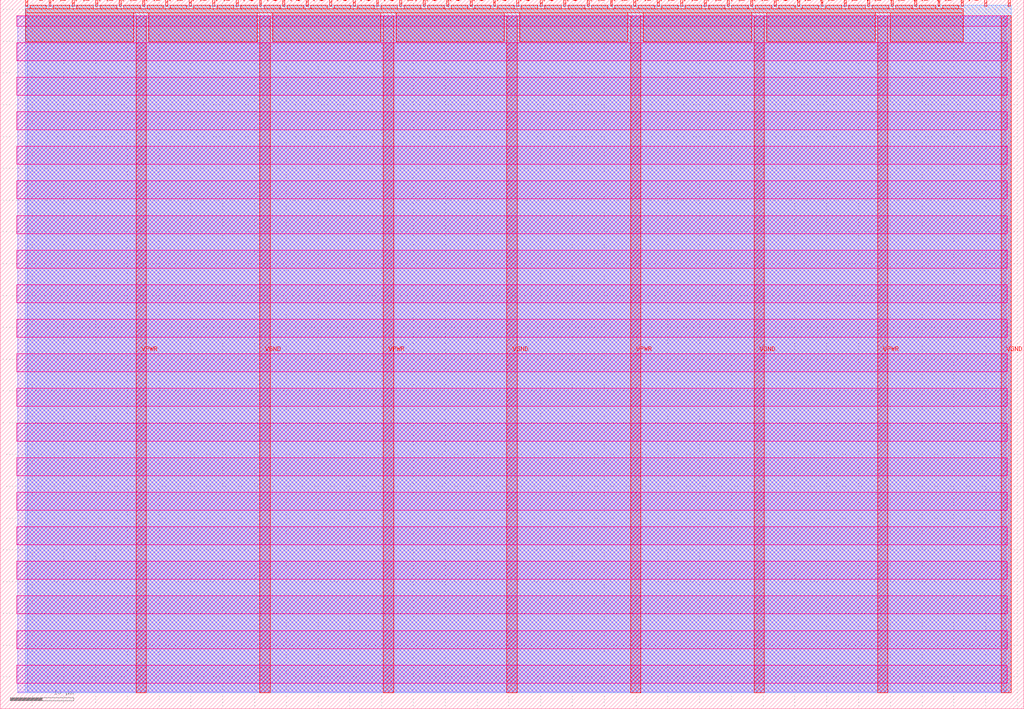
<source format=lef>
VERSION 5.7 ;
  NOWIREEXTENSIONATPIN ON ;
  DIVIDERCHAR "/" ;
  BUSBITCHARS "[]" ;
MACRO tt_um_wokwi_399192124046955521
  CLASS BLOCK ;
  FOREIGN tt_um_wokwi_399192124046955521 ;
  ORIGIN 0.000 0.000 ;
  SIZE 161.000 BY 111.520 ;
  PIN VGND
    DIRECTION INOUT ;
    USE GROUND ;
    PORT
      LAYER met4 ;
        RECT 40.830 2.480 42.430 109.040 ;
    END
    PORT
      LAYER met4 ;
        RECT 79.700 2.480 81.300 109.040 ;
    END
    PORT
      LAYER met4 ;
        RECT 118.570 2.480 120.170 109.040 ;
    END
    PORT
      LAYER met4 ;
        RECT 157.440 2.480 159.040 109.040 ;
    END
  END VGND
  PIN VPWR
    DIRECTION INOUT ;
    USE POWER ;
    PORT
      LAYER met4 ;
        RECT 21.395 2.480 22.995 109.040 ;
    END
    PORT
      LAYER met4 ;
        RECT 60.265 2.480 61.865 109.040 ;
    END
    PORT
      LAYER met4 ;
        RECT 99.135 2.480 100.735 109.040 ;
    END
    PORT
      LAYER met4 ;
        RECT 138.005 2.480 139.605 109.040 ;
    END
  END VPWR
  PIN clk
    DIRECTION INPUT ;
    USE SIGNAL ;
    PORT
      LAYER met4 ;
        RECT 154.870 110.520 155.170 111.520 ;
    END
  END clk
  PIN ena
    DIRECTION INPUT ;
    USE SIGNAL ;
    PORT
      LAYER met4 ;
        RECT 158.550 110.520 158.850 111.520 ;
    END
  END ena
  PIN rst_n
    DIRECTION INPUT ;
    USE SIGNAL ;
    ANTENNAGATEAREA 0.213000 ;
    PORT
      LAYER met4 ;
        RECT 151.190 110.520 151.490 111.520 ;
    END
  END rst_n
  PIN ui_in[0]
    DIRECTION INPUT ;
    USE SIGNAL ;
    ANTENNAGATEAREA 0.196500 ;
    PORT
      LAYER met4 ;
        RECT 147.510 110.520 147.810 111.520 ;
    END
  END ui_in[0]
  PIN ui_in[1]
    DIRECTION INPUT ;
    USE SIGNAL ;
    ANTENNAGATEAREA 0.196500 ;
    PORT
      LAYER met4 ;
        RECT 143.830 110.520 144.130 111.520 ;
    END
  END ui_in[1]
  PIN ui_in[2]
    DIRECTION INPUT ;
    USE SIGNAL ;
    ANTENNAGATEAREA 0.196500 ;
    PORT
      LAYER met4 ;
        RECT 140.150 110.520 140.450 111.520 ;
    END
  END ui_in[2]
  PIN ui_in[3]
    DIRECTION INPUT ;
    USE SIGNAL ;
    ANTENNAGATEAREA 0.196500 ;
    PORT
      LAYER met4 ;
        RECT 136.470 110.520 136.770 111.520 ;
    END
  END ui_in[3]
  PIN ui_in[4]
    DIRECTION INPUT ;
    USE SIGNAL ;
    ANTENNAGATEAREA 0.196500 ;
    PORT
      LAYER met4 ;
        RECT 132.790 110.520 133.090 111.520 ;
    END
  END ui_in[4]
  PIN ui_in[5]
    DIRECTION INPUT ;
    USE SIGNAL ;
    ANTENNAGATEAREA 0.196500 ;
    PORT
      LAYER met4 ;
        RECT 129.110 110.520 129.410 111.520 ;
    END
  END ui_in[5]
  PIN ui_in[6]
    DIRECTION INPUT ;
    USE SIGNAL ;
    ANTENNAGATEAREA 0.196500 ;
    PORT
      LAYER met4 ;
        RECT 125.430 110.520 125.730 111.520 ;
    END
  END ui_in[6]
  PIN ui_in[7]
    DIRECTION INPUT ;
    USE SIGNAL ;
    ANTENNAGATEAREA 0.196500 ;
    PORT
      LAYER met4 ;
        RECT 121.750 110.520 122.050 111.520 ;
    END
  END ui_in[7]
  PIN uio_in[0]
    DIRECTION INPUT ;
    USE SIGNAL ;
    ANTENNAGATEAREA 0.196500 ;
    PORT
      LAYER met4 ;
        RECT 118.070 110.520 118.370 111.520 ;
    END
  END uio_in[0]
  PIN uio_in[1]
    DIRECTION INPUT ;
    USE SIGNAL ;
    ANTENNAGATEAREA 0.196500 ;
    PORT
      LAYER met4 ;
        RECT 114.390 110.520 114.690 111.520 ;
    END
  END uio_in[1]
  PIN uio_in[2]
    DIRECTION INPUT ;
    USE SIGNAL ;
    ANTENNAGATEAREA 0.196500 ;
    PORT
      LAYER met4 ;
        RECT 110.710 110.520 111.010 111.520 ;
    END
  END uio_in[2]
  PIN uio_in[3]
    DIRECTION INPUT ;
    USE SIGNAL ;
    ANTENNAGATEAREA 0.196500 ;
    PORT
      LAYER met4 ;
        RECT 107.030 110.520 107.330 111.520 ;
    END
  END uio_in[3]
  PIN uio_in[4]
    DIRECTION INPUT ;
    USE SIGNAL ;
    PORT
      LAYER met4 ;
        RECT 103.350 110.520 103.650 111.520 ;
    END
  END uio_in[4]
  PIN uio_in[5]
    DIRECTION INPUT ;
    USE SIGNAL ;
    PORT
      LAYER met4 ;
        RECT 99.670 110.520 99.970 111.520 ;
    END
  END uio_in[5]
  PIN uio_in[6]
    DIRECTION INPUT ;
    USE SIGNAL ;
    PORT
      LAYER met4 ;
        RECT 95.990 110.520 96.290 111.520 ;
    END
  END uio_in[6]
  PIN uio_in[7]
    DIRECTION INPUT ;
    USE SIGNAL ;
    PORT
      LAYER met4 ;
        RECT 92.310 110.520 92.610 111.520 ;
    END
  END uio_in[7]
  PIN uio_oe[0]
    DIRECTION OUTPUT TRISTATE ;
    USE SIGNAL ;
    PORT
      LAYER met4 ;
        RECT 29.750 110.520 30.050 111.520 ;
    END
  END uio_oe[0]
  PIN uio_oe[1]
    DIRECTION OUTPUT TRISTATE ;
    USE SIGNAL ;
    PORT
      LAYER met4 ;
        RECT 26.070 110.520 26.370 111.520 ;
    END
  END uio_oe[1]
  PIN uio_oe[2]
    DIRECTION OUTPUT TRISTATE ;
    USE SIGNAL ;
    PORT
      LAYER met4 ;
        RECT 22.390 110.520 22.690 111.520 ;
    END
  END uio_oe[2]
  PIN uio_oe[3]
    DIRECTION OUTPUT TRISTATE ;
    USE SIGNAL ;
    PORT
      LAYER met4 ;
        RECT 18.710 110.520 19.010 111.520 ;
    END
  END uio_oe[3]
  PIN uio_oe[4]
    DIRECTION OUTPUT TRISTATE ;
    USE SIGNAL ;
    PORT
      LAYER met4 ;
        RECT 15.030 110.520 15.330 111.520 ;
    END
  END uio_oe[4]
  PIN uio_oe[5]
    DIRECTION OUTPUT TRISTATE ;
    USE SIGNAL ;
    PORT
      LAYER met4 ;
        RECT 11.350 110.520 11.650 111.520 ;
    END
  END uio_oe[5]
  PIN uio_oe[6]
    DIRECTION OUTPUT TRISTATE ;
    USE SIGNAL ;
    PORT
      LAYER met4 ;
        RECT 7.670 110.520 7.970 111.520 ;
    END
  END uio_oe[6]
  PIN uio_oe[7]
    DIRECTION OUTPUT TRISTATE ;
    USE SIGNAL ;
    PORT
      LAYER met4 ;
        RECT 3.990 110.520 4.290 111.520 ;
    END
  END uio_oe[7]
  PIN uio_out[0]
    DIRECTION OUTPUT TRISTATE ;
    USE SIGNAL ;
    PORT
      LAYER met4 ;
        RECT 59.190 110.520 59.490 111.520 ;
    END
  END uio_out[0]
  PIN uio_out[1]
    DIRECTION OUTPUT TRISTATE ;
    USE SIGNAL ;
    PORT
      LAYER met4 ;
        RECT 55.510 110.520 55.810 111.520 ;
    END
  END uio_out[1]
  PIN uio_out[2]
    DIRECTION OUTPUT TRISTATE ;
    USE SIGNAL ;
    PORT
      LAYER met4 ;
        RECT 51.830 110.520 52.130 111.520 ;
    END
  END uio_out[2]
  PIN uio_out[3]
    DIRECTION OUTPUT TRISTATE ;
    USE SIGNAL ;
    PORT
      LAYER met4 ;
        RECT 48.150 110.520 48.450 111.520 ;
    END
  END uio_out[3]
  PIN uio_out[4]
    DIRECTION OUTPUT TRISTATE ;
    USE SIGNAL ;
    ANTENNADIFFAREA 0.445500 ;
    PORT
      LAYER met4 ;
        RECT 44.470 110.520 44.770 111.520 ;
    END
  END uio_out[4]
  PIN uio_out[5]
    DIRECTION OUTPUT TRISTATE ;
    USE SIGNAL ;
    ANTENNADIFFAREA 0.445500 ;
    PORT
      LAYER met4 ;
        RECT 40.790 110.520 41.090 111.520 ;
    END
  END uio_out[5]
  PIN uio_out[6]
    DIRECTION OUTPUT TRISTATE ;
    USE SIGNAL ;
    ANTENNADIFFAREA 0.795200 ;
    PORT
      LAYER met4 ;
        RECT 37.110 110.520 37.410 111.520 ;
    END
  END uio_out[6]
  PIN uio_out[7]
    DIRECTION OUTPUT TRISTATE ;
    USE SIGNAL ;
    ANTENNADIFFAREA 0.445500 ;
    PORT
      LAYER met4 ;
        RECT 33.430 110.520 33.730 111.520 ;
    END
  END uio_out[7]
  PIN uo_out[0]
    DIRECTION OUTPUT TRISTATE ;
    USE SIGNAL ;
    ANTENNADIFFAREA 0.445500 ;
    PORT
      LAYER met4 ;
        RECT 88.630 110.520 88.930 111.520 ;
    END
  END uo_out[0]
  PIN uo_out[1]
    DIRECTION OUTPUT TRISTATE ;
    USE SIGNAL ;
    ANTENNADIFFAREA 0.445500 ;
    PORT
      LAYER met4 ;
        RECT 84.950 110.520 85.250 111.520 ;
    END
  END uo_out[1]
  PIN uo_out[2]
    DIRECTION OUTPUT TRISTATE ;
    USE SIGNAL ;
    ANTENNADIFFAREA 0.795200 ;
    PORT
      LAYER met4 ;
        RECT 81.270 110.520 81.570 111.520 ;
    END
  END uo_out[2]
  PIN uo_out[3]
    DIRECTION OUTPUT TRISTATE ;
    USE SIGNAL ;
    ANTENNADIFFAREA 0.795200 ;
    PORT
      LAYER met4 ;
        RECT 77.590 110.520 77.890 111.520 ;
    END
  END uo_out[3]
  PIN uo_out[4]
    DIRECTION OUTPUT TRISTATE ;
    USE SIGNAL ;
    ANTENNADIFFAREA 0.445500 ;
    PORT
      LAYER met4 ;
        RECT 73.910 110.520 74.210 111.520 ;
    END
  END uo_out[4]
  PIN uo_out[5]
    DIRECTION OUTPUT TRISTATE ;
    USE SIGNAL ;
    ANTENNADIFFAREA 0.445500 ;
    PORT
      LAYER met4 ;
        RECT 70.230 110.520 70.530 111.520 ;
    END
  END uo_out[5]
  PIN uo_out[6]
    DIRECTION OUTPUT TRISTATE ;
    USE SIGNAL ;
    ANTENNADIFFAREA 0.445500 ;
    PORT
      LAYER met4 ;
        RECT 66.550 110.520 66.850 111.520 ;
    END
  END uo_out[6]
  PIN uo_out[7]
    DIRECTION OUTPUT TRISTATE ;
    USE SIGNAL ;
    ANTENNADIFFAREA 0.445500 ;
    PORT
      LAYER met4 ;
        RECT 62.870 110.520 63.170 111.520 ;
    END
  END uo_out[7]
  OBS
      LAYER nwell ;
        RECT 2.570 107.385 158.430 108.990 ;
        RECT 2.570 101.945 158.430 104.775 ;
        RECT 2.570 96.505 158.430 99.335 ;
        RECT 2.570 91.065 158.430 93.895 ;
        RECT 2.570 85.625 158.430 88.455 ;
        RECT 2.570 80.185 158.430 83.015 ;
        RECT 2.570 74.745 158.430 77.575 ;
        RECT 2.570 69.305 158.430 72.135 ;
        RECT 2.570 63.865 158.430 66.695 ;
        RECT 2.570 58.425 158.430 61.255 ;
        RECT 2.570 52.985 158.430 55.815 ;
        RECT 2.570 47.545 158.430 50.375 ;
        RECT 2.570 42.105 158.430 44.935 ;
        RECT 2.570 36.665 158.430 39.495 ;
        RECT 2.570 31.225 158.430 34.055 ;
        RECT 2.570 25.785 158.430 28.615 ;
        RECT 2.570 20.345 158.430 23.175 ;
        RECT 2.570 14.905 158.430 17.735 ;
        RECT 2.570 9.465 158.430 12.295 ;
        RECT 2.570 4.025 158.430 6.855 ;
      LAYER li1 ;
        RECT 2.760 2.635 158.240 108.885 ;
      LAYER met1 ;
        RECT 2.760 2.480 159.040 109.040 ;
      LAYER met2 ;
        RECT 4.230 2.535 159.010 110.685 ;
      LAYER met3 ;
        RECT 3.950 2.555 159.030 110.665 ;
      LAYER met4 ;
        RECT 4.690 110.120 7.270 110.665 ;
        RECT 8.370 110.120 10.950 110.665 ;
        RECT 12.050 110.120 14.630 110.665 ;
        RECT 15.730 110.120 18.310 110.665 ;
        RECT 19.410 110.120 21.990 110.665 ;
        RECT 23.090 110.120 25.670 110.665 ;
        RECT 26.770 110.120 29.350 110.665 ;
        RECT 30.450 110.120 33.030 110.665 ;
        RECT 34.130 110.120 36.710 110.665 ;
        RECT 37.810 110.120 40.390 110.665 ;
        RECT 41.490 110.120 44.070 110.665 ;
        RECT 45.170 110.120 47.750 110.665 ;
        RECT 48.850 110.120 51.430 110.665 ;
        RECT 52.530 110.120 55.110 110.665 ;
        RECT 56.210 110.120 58.790 110.665 ;
        RECT 59.890 110.120 62.470 110.665 ;
        RECT 63.570 110.120 66.150 110.665 ;
        RECT 67.250 110.120 69.830 110.665 ;
        RECT 70.930 110.120 73.510 110.665 ;
        RECT 74.610 110.120 77.190 110.665 ;
        RECT 78.290 110.120 80.870 110.665 ;
        RECT 81.970 110.120 84.550 110.665 ;
        RECT 85.650 110.120 88.230 110.665 ;
        RECT 89.330 110.120 91.910 110.665 ;
        RECT 93.010 110.120 95.590 110.665 ;
        RECT 96.690 110.120 99.270 110.665 ;
        RECT 100.370 110.120 102.950 110.665 ;
        RECT 104.050 110.120 106.630 110.665 ;
        RECT 107.730 110.120 110.310 110.665 ;
        RECT 111.410 110.120 113.990 110.665 ;
        RECT 115.090 110.120 117.670 110.665 ;
        RECT 118.770 110.120 121.350 110.665 ;
        RECT 122.450 110.120 125.030 110.665 ;
        RECT 126.130 110.120 128.710 110.665 ;
        RECT 129.810 110.120 132.390 110.665 ;
        RECT 133.490 110.120 136.070 110.665 ;
        RECT 137.170 110.120 139.750 110.665 ;
        RECT 140.850 110.120 143.430 110.665 ;
        RECT 144.530 110.120 147.110 110.665 ;
        RECT 148.210 110.120 150.790 110.665 ;
        RECT 3.975 109.440 151.505 110.120 ;
        RECT 3.975 104.895 20.995 109.440 ;
        RECT 23.395 104.895 40.430 109.440 ;
        RECT 42.830 104.895 59.865 109.440 ;
        RECT 62.265 104.895 79.300 109.440 ;
        RECT 81.700 104.895 98.735 109.440 ;
        RECT 101.135 104.895 118.170 109.440 ;
        RECT 120.570 104.895 137.605 109.440 ;
        RECT 140.005 104.895 151.505 109.440 ;
  END
END tt_um_wokwi_399192124046955521
END LIBRARY


</source>
